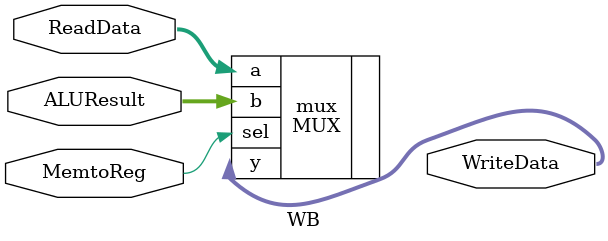
<source format=v>
`timescale 1ns / 1ps


module WB(input MemtoReg, input [31:0] ReadData, ALUResult, 
	output [31:0] WriteData);
	MUX mux(.a(ReadData), .b(ALUResult), .sel(MemtoReg), .y(WriteData));
endmodule

</source>
